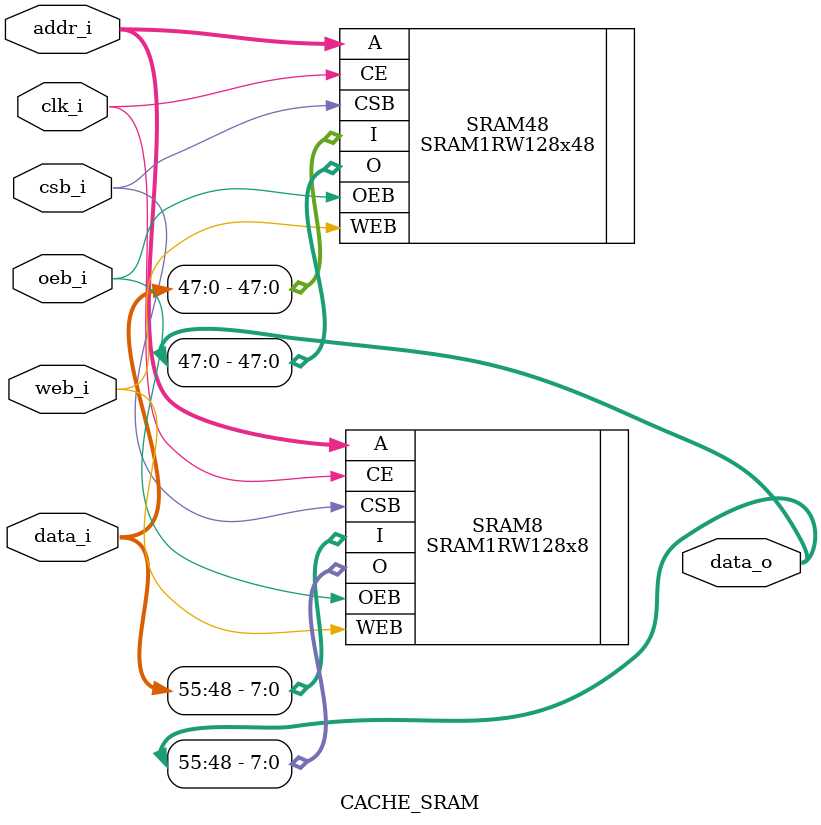
<source format=sv>

module CACHE_SRAM #(
    parameter DWidth = 56,
    parameter Depth  = 128,
    localparam Index = $clog2(Depth)
)(
    input   logic                   clk_i,
    input   logic                   csb_i,
    input   logic                   oeb_i,
    input   logic                   web_i,
    input   logic   [Index-1:0]     addr_i,
    input   logic   [DWidth-1:0]    data_i,
    output  logic   [DWidth-1:0]    data_o
);

    // SAED32 doesn't support flexible wordline widths SRAM
    // So, a 56-bit wordline is emulated using 8-bit + 48-bit SRAMs
    SRAM1RW128x8 SRAM8(
        .CE                         (clk_i),
        .CSB                        (csb_i),
        .WEB                        (web_i),
        .OEB                        (oeb_i),
        .A                          (addr_i),
        .I                          (data_i[DWidth-1:DWidth-8]),
        .O                          (data_o[DWidth-1:DWidth-8])
    );

    SRAM1RW128x48 SRAM48(
        .CE                         (clk_i),
        .CSB                        (csb_i),
        .WEB                        (web_i),
        .OEB                        (oeb_i),
        .A                          (addr_i),
        .I                          (data_i[DWidth-9:0]),
        .O                          (data_o[DWidth-9:0])
    );

endmodule
</source>
